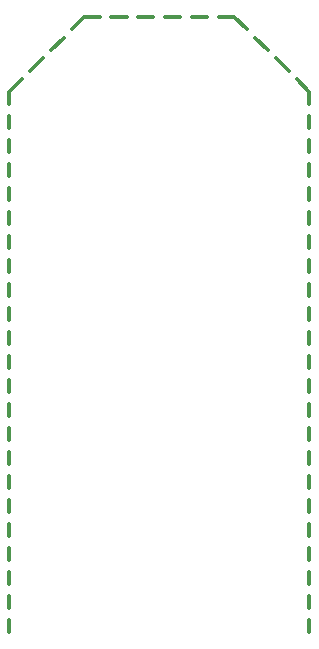
<source format=gbr>
G04 EAGLE Gerber RS-274X export*
G75*
%MOMM*%
%FSLAX34Y34*%
%LPD*%
%INSilkscreen Bottom*%
%IPPOS*%
%AMOC8*
5,1,8,0,0,1.08239X$1,22.5*%
G01*
%ADD10C,0.304800*%


D10*
X-127000Y-266700D02*
X-127000Y-256387D01*
X-127000Y-246387D02*
X-127000Y-236074D01*
X-127000Y-226074D02*
X-127000Y-215761D01*
X-127000Y-205761D02*
X-127000Y-195448D01*
X-127000Y-185448D02*
X-127000Y-175135D01*
X-127000Y-165135D02*
X-127000Y-154822D01*
X-127000Y-144822D02*
X-127000Y-134509D01*
X-127000Y-124509D02*
X-127000Y-114196D01*
X-127000Y-104196D02*
X-127000Y-93883D01*
X-127000Y-83883D02*
X-127000Y-73570D01*
X-127000Y-63570D02*
X-127000Y-53257D01*
X-127000Y-43257D02*
X-127000Y-32943D01*
X-127000Y-22943D02*
X-127000Y-12630D01*
X-127000Y-2630D02*
X-127000Y7683D01*
X-127000Y17683D02*
X-127000Y27996D01*
X-127000Y37996D02*
X-127000Y48309D01*
X-127000Y58309D02*
X-127000Y68622D01*
X-127000Y78622D02*
X-127000Y88935D01*
X-127000Y98935D02*
X-127000Y109248D01*
X-127000Y119248D02*
X-127000Y129561D01*
X-127000Y139561D02*
X-127000Y149874D01*
X-127000Y159874D02*
X-127000Y170187D01*
X-127000Y180187D02*
X-127000Y190500D01*
X127000Y190500D02*
X127000Y180187D01*
X127000Y170187D02*
X127000Y159874D01*
X127000Y149874D02*
X127000Y139561D01*
X127000Y129561D02*
X127000Y119248D01*
X127000Y109248D02*
X127000Y98935D01*
X127000Y88935D02*
X127000Y78622D01*
X127000Y68622D02*
X127000Y58309D01*
X127000Y48309D02*
X127000Y37996D01*
X127000Y27996D02*
X127000Y17683D01*
X127000Y7683D02*
X127000Y-2630D01*
X127000Y-12630D02*
X127000Y-22943D01*
X127000Y-32943D02*
X127000Y-43257D01*
X127000Y-53257D02*
X127000Y-63570D01*
X127000Y-73570D02*
X127000Y-83883D01*
X127000Y-93883D02*
X127000Y-104196D01*
X127000Y-114196D02*
X127000Y-124509D01*
X127000Y-134509D02*
X127000Y-144822D01*
X127000Y-154822D02*
X127000Y-165135D01*
X127000Y-175135D02*
X127000Y-185448D01*
X127000Y-195448D02*
X127000Y-205761D01*
X127000Y-215761D02*
X127000Y-226074D01*
X127000Y-236074D02*
X127000Y-246387D01*
X127000Y-256387D02*
X127000Y-266700D01*
X-50667Y254000D02*
X-63500Y254000D01*
X-40667Y254000D02*
X-27833Y254000D01*
X-17833Y254000D02*
X-5000Y254000D01*
X5000Y254000D02*
X17833Y254000D01*
X27833Y254000D02*
X40667Y254000D01*
X50667Y254000D02*
X63500Y254000D01*
X-63500Y254000D02*
X-74072Y243428D01*
X-81143Y236357D02*
X-91714Y225786D01*
X-98786Y218714D02*
X-109357Y208143D01*
X-116428Y201072D02*
X-127000Y190500D01*
X63500Y254000D02*
X74072Y243428D01*
X81143Y236357D02*
X91714Y225786D01*
X98786Y218714D02*
X109357Y208143D01*
X116428Y201072D02*
X127000Y190500D01*
M02*

</source>
